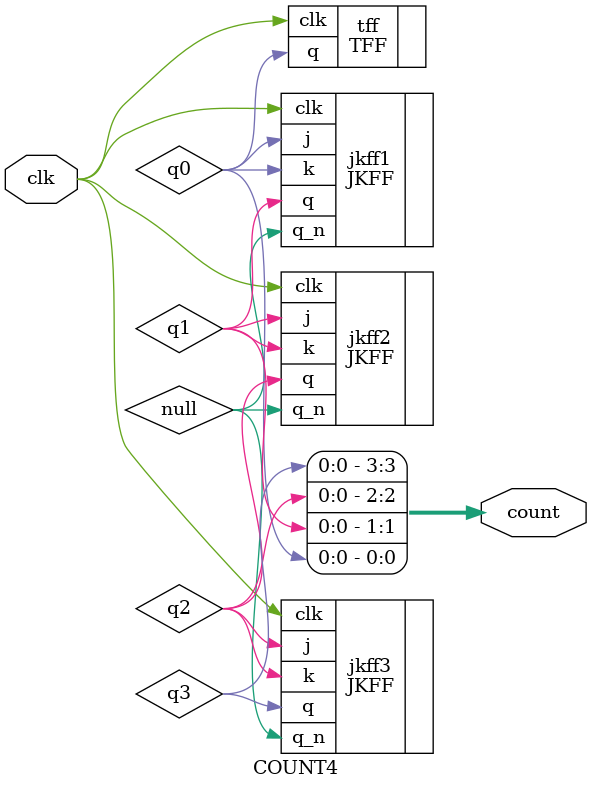
<source format=v>
module COUNT4
	(input clk,
  output [3:0] count);
  
  wire q0, q1, q2, q3;
  
  assign count[0] = q0;
  assign count[1] = q1;
  assign count[2] = q2;
  assign count[3] = q3;
  
  TFF tff
  (.clk,
  .q (q0));
  
  JKFF jkff1
  (.clk,
  .j (q0),
  .k (q0),
  .q (q1),
  .q_n (null));
  
  JKFF jkff2
  (.clk,
  .j (q1),
  .k (q1),
  .q (q2),
  .q_n (null));
  
  JKFF jkff3
  (.clk,
  .j (q2),
  .k (q2),
  .q (q3),
  .q_n (null));
  
endmodule
</source>
